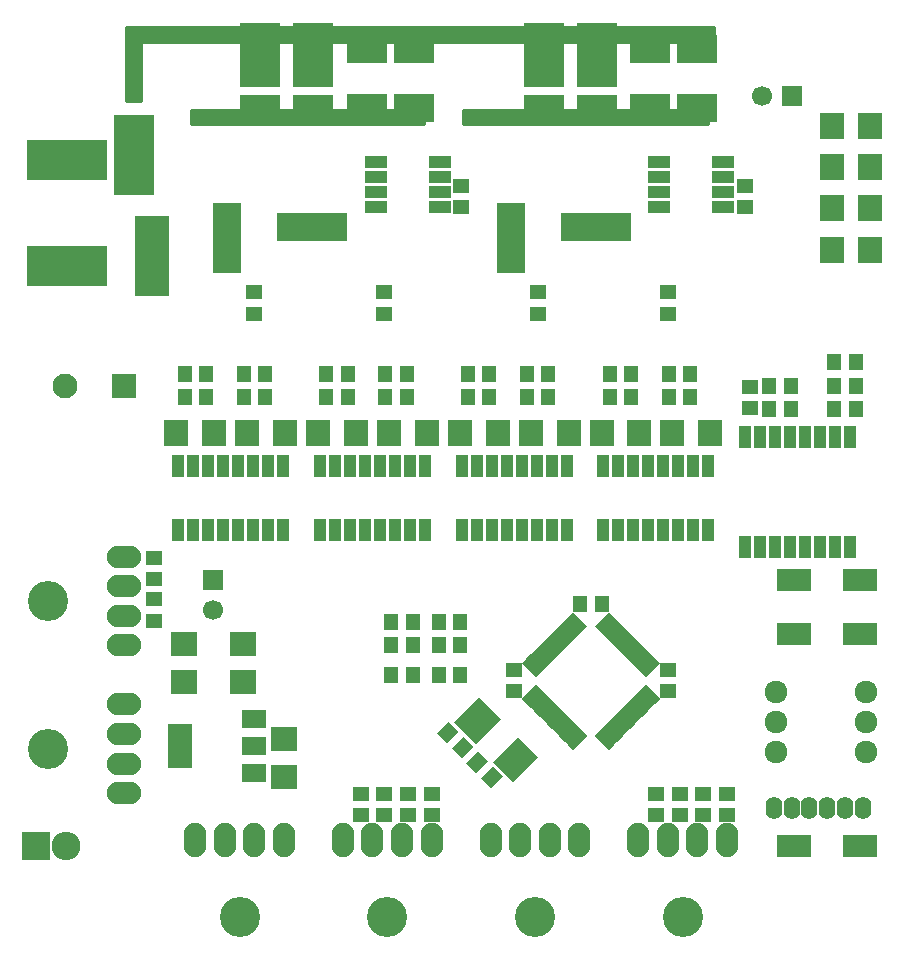
<source format=gbr>
G04 #@! TF.FileFunction,Soldermask,Top*
%FSLAX46Y46*%
G04 Gerber Fmt 4.6, Leading zero omitted, Abs format (unit mm)*
G04 Created by KiCad (PCBNEW 4.0.6) date 04/15/17 20:28:12*
%MOMM*%
%LPD*%
G01*
G04 APERTURE LIST*
%ADD10C,0.100000*%
%ADD11O,1.900000X2.900000*%
%ADD12C,3.400000*%
%ADD13O,2.900000X1.900000*%
%ADD14C,2.100000*%
%ADD15R,2.100000X2.100000*%
%ADD16R,1.000000X1.900000*%
%ADD17C,1.700000*%
%ADD18R,1.700000X1.700000*%
%ADD19R,2.000000X2.200000*%
%ADD20R,2.432000X2.432000*%
%ADD21O,2.432000X2.432000*%
%ADD22R,1.200000X1.400000*%
%ADD23R,1.400000X1.200000*%
%ADD24R,2.200000X2.000000*%
%ADD25R,3.000000X1.900000*%
%ADD26O,1.400000X1.924000*%
%ADD27C,1.924000*%
%ADD28R,3.400000X6.900000*%
%ADD29R,6.851600X3.400000*%
%ADD30R,2.100000X1.600000*%
%ADD31R,2.100000X3.700000*%
%ADD32R,1.950000X1.000000*%
%ADD33R,3.400000X2.400000*%
%ADD34R,3.400000X5.400000*%
%ADD35R,2.900000X6.900000*%
%ADD36R,2.400000X5.900000*%
%ADD37R,5.900000X2.400000*%
%ADD38C,0.254000*%
G04 APERTURE END LIST*
D10*
D11*
X52500000Y-70000000D03*
X55000000Y-70000000D03*
X57500000Y-70000000D03*
X60000000Y-70000000D03*
D12*
X56250000Y-76500000D03*
D11*
X15000000Y-70000000D03*
X17500000Y-70000000D03*
X20000000Y-70000000D03*
X22500000Y-70000000D03*
D12*
X18750000Y-76500000D03*
D13*
X9000000Y-58500000D03*
X9000000Y-61000000D03*
X9000000Y-63500000D03*
X9000000Y-66000000D03*
D12*
X2500000Y-62250000D03*
D14*
X4000000Y-31500000D03*
D15*
X9000000Y-31500000D03*
D16*
X25555000Y-43700000D03*
X26825000Y-43700000D03*
X28095000Y-43700000D03*
X29365000Y-43700000D03*
X30635000Y-43700000D03*
X31905000Y-43700000D03*
X33175000Y-43700000D03*
X34445000Y-43700000D03*
X34445000Y-38300000D03*
X33175000Y-38300000D03*
X31905000Y-38300000D03*
X30635000Y-38300000D03*
X29365000Y-38300000D03*
X28095000Y-38300000D03*
X26825000Y-38300000D03*
X25555000Y-38300000D03*
D10*
G36*
X43108311Y-58462221D02*
X42648692Y-58002602D01*
X43850773Y-56800521D01*
X44310392Y-57260140D01*
X43108311Y-58462221D01*
X43108311Y-58462221D01*
G37*
G36*
X43461864Y-58815774D02*
X43002245Y-58356155D01*
X44204326Y-57154074D01*
X44663945Y-57613693D01*
X43461864Y-58815774D01*
X43461864Y-58815774D01*
G37*
G36*
X43815418Y-59169328D02*
X43355799Y-58709709D01*
X44557880Y-57507628D01*
X45017499Y-57967247D01*
X43815418Y-59169328D01*
X43815418Y-59169328D01*
G37*
G36*
X44168971Y-59522881D02*
X43709352Y-59063262D01*
X44911433Y-57861181D01*
X45371052Y-58320800D01*
X44168971Y-59522881D01*
X44168971Y-59522881D01*
G37*
G36*
X44522524Y-59876434D02*
X44062905Y-59416815D01*
X45264986Y-58214734D01*
X45724605Y-58674353D01*
X44522524Y-59876434D01*
X44522524Y-59876434D01*
G37*
G36*
X44876078Y-60229988D02*
X44416459Y-59770369D01*
X45618540Y-58568288D01*
X46078159Y-59027907D01*
X44876078Y-60229988D01*
X44876078Y-60229988D01*
G37*
G36*
X45229631Y-60583541D02*
X44770012Y-60123922D01*
X45972093Y-58921841D01*
X46431712Y-59381460D01*
X45229631Y-60583541D01*
X45229631Y-60583541D01*
G37*
G36*
X45583185Y-60937095D02*
X45123566Y-60477476D01*
X46325647Y-59275395D01*
X46785266Y-59735014D01*
X45583185Y-60937095D01*
X45583185Y-60937095D01*
G37*
G36*
X45936738Y-61290648D02*
X45477119Y-60831029D01*
X46679200Y-59628948D01*
X47138819Y-60088567D01*
X45936738Y-61290648D01*
X45936738Y-61290648D01*
G37*
G36*
X46290291Y-61644201D02*
X45830672Y-61184582D01*
X47032753Y-59982501D01*
X47492372Y-60442120D01*
X46290291Y-61644201D01*
X46290291Y-61644201D01*
G37*
G36*
X46643845Y-61997755D02*
X46184226Y-61538136D01*
X47386307Y-60336055D01*
X47845926Y-60795674D01*
X46643845Y-61997755D01*
X46643845Y-61997755D01*
G37*
G36*
X46997398Y-62351308D02*
X46537779Y-61891689D01*
X47739860Y-60689608D01*
X48199479Y-61149227D01*
X46997398Y-62351308D01*
X46997398Y-62351308D01*
G37*
G36*
X50462221Y-61891689D02*
X50002602Y-62351308D01*
X48800521Y-61149227D01*
X49260140Y-60689608D01*
X50462221Y-61891689D01*
X50462221Y-61891689D01*
G37*
G36*
X50815774Y-61538136D02*
X50356155Y-61997755D01*
X49154074Y-60795674D01*
X49613693Y-60336055D01*
X50815774Y-61538136D01*
X50815774Y-61538136D01*
G37*
G36*
X51169328Y-61184582D02*
X50709709Y-61644201D01*
X49507628Y-60442120D01*
X49967247Y-59982501D01*
X51169328Y-61184582D01*
X51169328Y-61184582D01*
G37*
G36*
X51522881Y-60831029D02*
X51063262Y-61290648D01*
X49861181Y-60088567D01*
X50320800Y-59628948D01*
X51522881Y-60831029D01*
X51522881Y-60831029D01*
G37*
G36*
X51876434Y-60477476D02*
X51416815Y-60937095D01*
X50214734Y-59735014D01*
X50674353Y-59275395D01*
X51876434Y-60477476D01*
X51876434Y-60477476D01*
G37*
G36*
X52229988Y-60123922D02*
X51770369Y-60583541D01*
X50568288Y-59381460D01*
X51027907Y-58921841D01*
X52229988Y-60123922D01*
X52229988Y-60123922D01*
G37*
G36*
X52583541Y-59770369D02*
X52123922Y-60229988D01*
X50921841Y-59027907D01*
X51381460Y-58568288D01*
X52583541Y-59770369D01*
X52583541Y-59770369D01*
G37*
G36*
X52937095Y-59416815D02*
X52477476Y-59876434D01*
X51275395Y-58674353D01*
X51735014Y-58214734D01*
X52937095Y-59416815D01*
X52937095Y-59416815D01*
G37*
G36*
X53290648Y-59063262D02*
X52831029Y-59522881D01*
X51628948Y-58320800D01*
X52088567Y-57861181D01*
X53290648Y-59063262D01*
X53290648Y-59063262D01*
G37*
G36*
X53644201Y-58709709D02*
X53184582Y-59169328D01*
X51982501Y-57967247D01*
X52442120Y-57507628D01*
X53644201Y-58709709D01*
X53644201Y-58709709D01*
G37*
G36*
X53997755Y-58356155D02*
X53538136Y-58815774D01*
X52336055Y-57613693D01*
X52795674Y-57154074D01*
X53997755Y-58356155D01*
X53997755Y-58356155D01*
G37*
G36*
X54351308Y-58002602D02*
X53891689Y-58462221D01*
X52689608Y-57260140D01*
X53149227Y-56800521D01*
X54351308Y-58002602D01*
X54351308Y-58002602D01*
G37*
G36*
X53149227Y-56199479D02*
X52689608Y-55739860D01*
X53891689Y-54537779D01*
X54351308Y-54997398D01*
X53149227Y-56199479D01*
X53149227Y-56199479D01*
G37*
G36*
X52795674Y-55845926D02*
X52336055Y-55386307D01*
X53538136Y-54184226D01*
X53997755Y-54643845D01*
X52795674Y-55845926D01*
X52795674Y-55845926D01*
G37*
G36*
X52442120Y-55492372D02*
X51982501Y-55032753D01*
X53184582Y-53830672D01*
X53644201Y-54290291D01*
X52442120Y-55492372D01*
X52442120Y-55492372D01*
G37*
G36*
X52088567Y-55138819D02*
X51628948Y-54679200D01*
X52831029Y-53477119D01*
X53290648Y-53936738D01*
X52088567Y-55138819D01*
X52088567Y-55138819D01*
G37*
G36*
X51735014Y-54785266D02*
X51275395Y-54325647D01*
X52477476Y-53123566D01*
X52937095Y-53583185D01*
X51735014Y-54785266D01*
X51735014Y-54785266D01*
G37*
G36*
X51381460Y-54431712D02*
X50921841Y-53972093D01*
X52123922Y-52770012D01*
X52583541Y-53229631D01*
X51381460Y-54431712D01*
X51381460Y-54431712D01*
G37*
G36*
X51027907Y-54078159D02*
X50568288Y-53618540D01*
X51770369Y-52416459D01*
X52229988Y-52876078D01*
X51027907Y-54078159D01*
X51027907Y-54078159D01*
G37*
G36*
X50674353Y-53724605D02*
X50214734Y-53264986D01*
X51416815Y-52062905D01*
X51876434Y-52522524D01*
X50674353Y-53724605D01*
X50674353Y-53724605D01*
G37*
G36*
X50320800Y-53371052D02*
X49861181Y-52911433D01*
X51063262Y-51709352D01*
X51522881Y-52168971D01*
X50320800Y-53371052D01*
X50320800Y-53371052D01*
G37*
G36*
X49967247Y-53017499D02*
X49507628Y-52557880D01*
X50709709Y-51355799D01*
X51169328Y-51815418D01*
X49967247Y-53017499D01*
X49967247Y-53017499D01*
G37*
G36*
X49613693Y-52663945D02*
X49154074Y-52204326D01*
X50356155Y-51002245D01*
X50815774Y-51461864D01*
X49613693Y-52663945D01*
X49613693Y-52663945D01*
G37*
G36*
X49260140Y-52310392D02*
X48800521Y-51850773D01*
X50002602Y-50648692D01*
X50462221Y-51108311D01*
X49260140Y-52310392D01*
X49260140Y-52310392D01*
G37*
G36*
X48199479Y-51850773D02*
X47739860Y-52310392D01*
X46537779Y-51108311D01*
X46997398Y-50648692D01*
X48199479Y-51850773D01*
X48199479Y-51850773D01*
G37*
G36*
X47845926Y-52204326D02*
X47386307Y-52663945D01*
X46184226Y-51461864D01*
X46643845Y-51002245D01*
X47845926Y-52204326D01*
X47845926Y-52204326D01*
G37*
G36*
X47492372Y-52557880D02*
X47032753Y-53017499D01*
X45830672Y-51815418D01*
X46290291Y-51355799D01*
X47492372Y-52557880D01*
X47492372Y-52557880D01*
G37*
G36*
X47138819Y-52911433D02*
X46679200Y-53371052D01*
X45477119Y-52168971D01*
X45936738Y-51709352D01*
X47138819Y-52911433D01*
X47138819Y-52911433D01*
G37*
G36*
X46785266Y-53264986D02*
X46325647Y-53724605D01*
X45123566Y-52522524D01*
X45583185Y-52062905D01*
X46785266Y-53264986D01*
X46785266Y-53264986D01*
G37*
G36*
X46431712Y-53618540D02*
X45972093Y-54078159D01*
X44770012Y-52876078D01*
X45229631Y-52416459D01*
X46431712Y-53618540D01*
X46431712Y-53618540D01*
G37*
G36*
X46078159Y-53972093D02*
X45618540Y-54431712D01*
X44416459Y-53229631D01*
X44876078Y-52770012D01*
X46078159Y-53972093D01*
X46078159Y-53972093D01*
G37*
G36*
X45724605Y-54325647D02*
X45264986Y-54785266D01*
X44062905Y-53583185D01*
X44522524Y-53123566D01*
X45724605Y-54325647D01*
X45724605Y-54325647D01*
G37*
G36*
X45371052Y-54679200D02*
X44911433Y-55138819D01*
X43709352Y-53936738D01*
X44168971Y-53477119D01*
X45371052Y-54679200D01*
X45371052Y-54679200D01*
G37*
G36*
X45017499Y-55032753D02*
X44557880Y-55492372D01*
X43355799Y-54290291D01*
X43815418Y-53830672D01*
X45017499Y-55032753D01*
X45017499Y-55032753D01*
G37*
G36*
X44663945Y-55386307D02*
X44204326Y-55845926D01*
X43002245Y-54643845D01*
X43461864Y-54184226D01*
X44663945Y-55386307D01*
X44663945Y-55386307D01*
G37*
G36*
X44310392Y-55739860D02*
X43850773Y-56199479D01*
X42648692Y-54997398D01*
X43108311Y-54537779D01*
X44310392Y-55739860D01*
X44310392Y-55739860D01*
G37*
D17*
X16500000Y-50500000D03*
D18*
X16500000Y-48000000D03*
D19*
X25400000Y-35500000D03*
X28600000Y-35500000D03*
X31400000Y-35500000D03*
X34600000Y-35500000D03*
X13400000Y-35500000D03*
X16600000Y-35500000D03*
X19400000Y-35500000D03*
X22600000Y-35500000D03*
X49400000Y-35500000D03*
X52600000Y-35500000D03*
X55400000Y-35500000D03*
X58600000Y-35500000D03*
X37400000Y-35500000D03*
X40600000Y-35500000D03*
X43400000Y-35500000D03*
X46600000Y-35500000D03*
D20*
X1500000Y-70500000D03*
D21*
X4040000Y-70500000D03*
D16*
X13555000Y-43700000D03*
X14825000Y-43700000D03*
X16095000Y-43700000D03*
X17365000Y-43700000D03*
X18635000Y-43700000D03*
X19905000Y-43700000D03*
X21175000Y-43700000D03*
X22445000Y-43700000D03*
X22445000Y-38300000D03*
X21175000Y-38300000D03*
X19905000Y-38300000D03*
X18635000Y-38300000D03*
X17365000Y-38300000D03*
X16095000Y-38300000D03*
X14825000Y-38300000D03*
X13555000Y-38300000D03*
X49555000Y-43700000D03*
X50825000Y-43700000D03*
X52095000Y-43700000D03*
X53365000Y-43700000D03*
X54635000Y-43700000D03*
X55905000Y-43700000D03*
X57175000Y-43700000D03*
X58445000Y-43700000D03*
X58445000Y-38300000D03*
X57175000Y-38300000D03*
X55905000Y-38300000D03*
X54635000Y-38300000D03*
X53365000Y-38300000D03*
X52095000Y-38300000D03*
X50825000Y-38300000D03*
X49555000Y-38300000D03*
X37555000Y-43700000D03*
X38825000Y-43700000D03*
X40095000Y-43700000D03*
X41365000Y-43700000D03*
X42635000Y-43700000D03*
X43905000Y-43700000D03*
X45175000Y-43700000D03*
X46445000Y-43700000D03*
X46445000Y-38300000D03*
X45175000Y-38300000D03*
X43905000Y-38300000D03*
X42635000Y-38300000D03*
X41365000Y-38300000D03*
X40095000Y-38300000D03*
X38825000Y-38300000D03*
X37555000Y-38300000D03*
D19*
X68900000Y-9500000D03*
X72100000Y-9500000D03*
X68900000Y-13000000D03*
X72100000Y-13000000D03*
D10*
G36*
X35444365Y-60934315D02*
X36434315Y-59944365D01*
X37282843Y-60792893D01*
X36292893Y-61782843D01*
X35444365Y-60934315D01*
X35444365Y-60934315D01*
G37*
G36*
X36717157Y-62207107D02*
X37707107Y-61217157D01*
X38555635Y-62065685D01*
X37565685Y-63055635D01*
X36717157Y-62207107D01*
X36717157Y-62207107D01*
G37*
G36*
X41055635Y-64565685D02*
X40065685Y-65555635D01*
X39217157Y-64707107D01*
X40207107Y-63717157D01*
X41055635Y-64565685D01*
X41055635Y-64565685D01*
G37*
G36*
X39782843Y-63292893D02*
X38792893Y-64282843D01*
X37944365Y-63434315D01*
X38934315Y-62444365D01*
X39782843Y-63292893D01*
X39782843Y-63292893D01*
G37*
D22*
X49400000Y-50000000D03*
X47600000Y-50000000D03*
D23*
X42000000Y-55600000D03*
X42000000Y-57400000D03*
D22*
X35600000Y-53500000D03*
X37400000Y-53500000D03*
D23*
X55000000Y-57400000D03*
X55000000Y-55600000D03*
X31000000Y-25400000D03*
X31000000Y-23600000D03*
X20000000Y-25400000D03*
X20000000Y-23600000D03*
X55000000Y-25400000D03*
X55000000Y-23600000D03*
X44000000Y-25400000D03*
X44000000Y-23600000D03*
D22*
X35600000Y-56000000D03*
X37400000Y-56000000D03*
D23*
X11500000Y-47900000D03*
X11500000Y-46100000D03*
D22*
X69100000Y-31500000D03*
X70900000Y-31500000D03*
X26100000Y-30500000D03*
X27900000Y-30500000D03*
X14100000Y-30500000D03*
X15900000Y-30500000D03*
X31100000Y-30500000D03*
X32900000Y-30500000D03*
X50100000Y-30500000D03*
X51900000Y-30500000D03*
X38100000Y-30500000D03*
X39900000Y-30500000D03*
X43100000Y-30500000D03*
X44900000Y-30500000D03*
X19100000Y-30500000D03*
X20900000Y-30500000D03*
X55100000Y-30500000D03*
X56900000Y-30500000D03*
D24*
X22500000Y-61400000D03*
X22500000Y-64600000D03*
D22*
X35600000Y-51500000D03*
X37400000Y-51500000D03*
X31600000Y-53500000D03*
X33400000Y-53500000D03*
X31600000Y-56000000D03*
X33400000Y-56000000D03*
D23*
X11500000Y-51400000D03*
X11500000Y-49600000D03*
D22*
X70900000Y-29500000D03*
X69100000Y-29500000D03*
X31600000Y-51500000D03*
X33400000Y-51500000D03*
D24*
X14000000Y-53400000D03*
X14000000Y-56600000D03*
X19000000Y-53400000D03*
X19000000Y-56600000D03*
D25*
X71300000Y-70500000D03*
X65700000Y-70500000D03*
X71300000Y-52500000D03*
X65700000Y-52500000D03*
X71300000Y-48000000D03*
X65700000Y-48000000D03*
D26*
X71500000Y-67250000D03*
X70000000Y-67250000D03*
X68500000Y-67250000D03*
X67000000Y-67250000D03*
X65500000Y-67250000D03*
X64000000Y-67250000D03*
D27*
X71810000Y-62540000D03*
X71810000Y-60000000D03*
X71810000Y-57460000D03*
X64190000Y-57460000D03*
X64190000Y-60000000D03*
X64190000Y-62540000D03*
D10*
G36*
X36893755Y-60015075D02*
X39015075Y-57893755D01*
X40853553Y-59732233D01*
X38732233Y-61853553D01*
X36893755Y-60015075D01*
X36893755Y-60015075D01*
G37*
G36*
X40217158Y-63338478D02*
X42338478Y-61217158D01*
X44035534Y-62914214D01*
X41914214Y-65035534D01*
X40217158Y-63338478D01*
X40217158Y-63338478D01*
G37*
D13*
X9000000Y-46000000D03*
X9000000Y-48500000D03*
X9000000Y-51000000D03*
X9000000Y-53500000D03*
D12*
X2500000Y-49750000D03*
D28*
X9800000Y-12000000D03*
D29*
X4100000Y-12400000D03*
D22*
X27900000Y-32500000D03*
X26100000Y-32500000D03*
X15900000Y-32500000D03*
X14100000Y-32500000D03*
X51900000Y-32500000D03*
X50100000Y-32500000D03*
X39900000Y-32500000D03*
X38100000Y-32500000D03*
X32900000Y-32500000D03*
X31100000Y-32500000D03*
X20900000Y-32500000D03*
X19100000Y-32500000D03*
X56900000Y-32500000D03*
X55100000Y-32500000D03*
X44900000Y-32500000D03*
X43100000Y-32500000D03*
D30*
X20000000Y-64300000D03*
X20000000Y-62000000D03*
X20000000Y-59700000D03*
D31*
X13700000Y-62000000D03*
D11*
X27500000Y-70000000D03*
X30000000Y-70000000D03*
X32500000Y-70000000D03*
X35000000Y-70000000D03*
D12*
X31250000Y-76500000D03*
D17*
X63000000Y-7000000D03*
D18*
X65500000Y-7000000D03*
D23*
X31000000Y-66100000D03*
X31000000Y-67900000D03*
X35000000Y-66100000D03*
X35000000Y-67900000D03*
X29000000Y-67900000D03*
X29000000Y-66100000D03*
X33000000Y-67900000D03*
X33000000Y-66100000D03*
X54000000Y-67900000D03*
X54000000Y-66100000D03*
X56000000Y-66100000D03*
X56000000Y-67900000D03*
X58000000Y-67900000D03*
X58000000Y-66100000D03*
X60000000Y-66100000D03*
X60000000Y-67900000D03*
D16*
X70445000Y-35850000D03*
X69175000Y-35850000D03*
X67905000Y-35850000D03*
X66635000Y-35850000D03*
X65365000Y-35850000D03*
X64095000Y-35850000D03*
X62825000Y-35850000D03*
X61555000Y-35850000D03*
X61555000Y-45150000D03*
X62825000Y-45150000D03*
X64095000Y-45150000D03*
X65365000Y-45150000D03*
X66635000Y-45150000D03*
X67905000Y-45150000D03*
X69175000Y-45150000D03*
X70445000Y-45150000D03*
D32*
X54300000Y-12595000D03*
X54300000Y-13865000D03*
X54300000Y-15135000D03*
X54300000Y-16405000D03*
X59700000Y-16405000D03*
X59700000Y-15135000D03*
X59700000Y-13865000D03*
X59700000Y-12595000D03*
X30300000Y-12595000D03*
X30300000Y-13865000D03*
X30300000Y-15135000D03*
X30300000Y-16405000D03*
X35700000Y-16405000D03*
X35700000Y-15135000D03*
X35700000Y-13865000D03*
X35700000Y-12595000D03*
D19*
X68900000Y-16500000D03*
X72100000Y-16500000D03*
X68900000Y-20000000D03*
X72100000Y-20000000D03*
D22*
X69100000Y-33500000D03*
X70900000Y-33500000D03*
D23*
X61500000Y-16400000D03*
X61500000Y-14600000D03*
X37500000Y-16400000D03*
X37500000Y-14600000D03*
D11*
X40000000Y-70000000D03*
X42500000Y-70000000D03*
X45000000Y-70000000D03*
X47500000Y-70000000D03*
D12*
X43750000Y-76500000D03*
D23*
X62000000Y-31600000D03*
X62000000Y-33400000D03*
D22*
X63600000Y-31500000D03*
X65400000Y-31500000D03*
X65400000Y-33500000D03*
X63600000Y-33500000D03*
D33*
X53500000Y-3000000D03*
X53500000Y-8000000D03*
X29500000Y-3000000D03*
X29500000Y-8000000D03*
X57500000Y-3000000D03*
X57500000Y-8000000D03*
X33500000Y-3000000D03*
X33500000Y-8000000D03*
X49000000Y-8100000D03*
D34*
X49000000Y-3500000D03*
D33*
X25000000Y-8100000D03*
D34*
X25000000Y-3500000D03*
D33*
X44500000Y-8100000D03*
D34*
X44500000Y-3500000D03*
D33*
X20500000Y-8100000D03*
D34*
X20500000Y-3500000D03*
D35*
X11300000Y-20500000D03*
D29*
X4100000Y-21400000D03*
D36*
X41700000Y-19000000D03*
D37*
X48900000Y-18100000D03*
D36*
X17700000Y-19000000D03*
D37*
X24900000Y-18100000D03*
D38*
G36*
X58873000Y-2373000D02*
X10500000Y-2373000D01*
X10450590Y-2383006D01*
X10408965Y-2411447D01*
X10381685Y-2453841D01*
X10373000Y-2500000D01*
X10373000Y-7373000D01*
X9127000Y-7373000D01*
X9127000Y-1127000D01*
X58873000Y-1127000D01*
X58873000Y-2373000D01*
X58873000Y-2373000D01*
G37*
X58873000Y-2373000D02*
X10500000Y-2373000D01*
X10450590Y-2383006D01*
X10408965Y-2411447D01*
X10381685Y-2453841D01*
X10373000Y-2500000D01*
X10373000Y-7373000D01*
X9127000Y-7373000D01*
X9127000Y-1127000D01*
X58873000Y-1127000D01*
X58873000Y-2373000D01*
G36*
X34373000Y-9373000D02*
X14627000Y-9373000D01*
X14627000Y-8127000D01*
X34373000Y-8127000D01*
X34373000Y-9373000D01*
X34373000Y-9373000D01*
G37*
X34373000Y-9373000D02*
X14627000Y-9373000D01*
X14627000Y-8127000D01*
X34373000Y-8127000D01*
X34373000Y-9373000D01*
G36*
X58373000Y-9373000D02*
X37627000Y-9373000D01*
X37627000Y-8127000D01*
X58373000Y-8127000D01*
X58373000Y-9373000D01*
X58373000Y-9373000D01*
G37*
X58373000Y-9373000D02*
X37627000Y-9373000D01*
X37627000Y-8127000D01*
X58373000Y-8127000D01*
X58373000Y-9373000D01*
M02*

</source>
